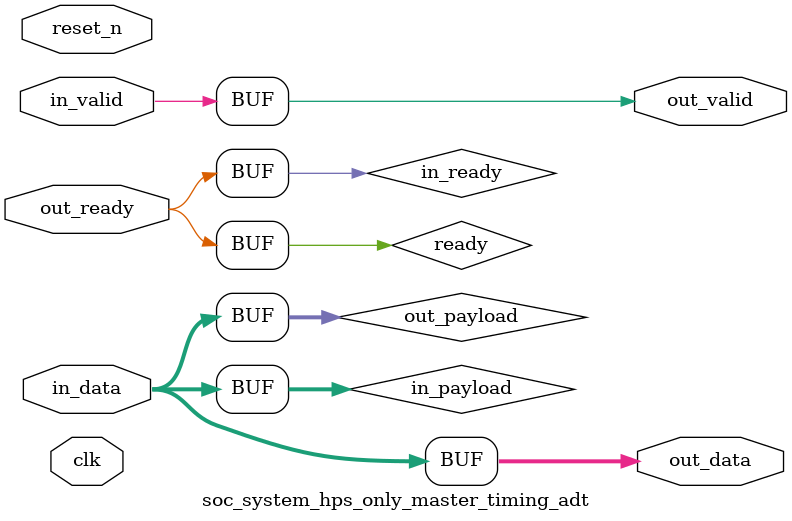
<source format=v>

`timescale 1ns / 100ps
module soc_system_hps_only_master_timing_adt (
    
      // Interface: clk
      input              clk,
      // Interface: reset
      input              reset_n,
      // Interface: in
      input              in_valid,
      input      [ 7: 0] in_data,
      // Interface: out
      output reg         out_valid,
      output reg [ 7: 0] out_data,
      input              out_ready
);




   // ---------------------------------------------------------------------
   //| Signal Declarations
   // ---------------------------------------------------------------------

   reg  [ 7: 0] in_payload;
   reg  [ 7: 0] out_payload;
   reg  [ 0: 0] ready;
   reg          in_ready;
   // synthesis translate_off
   always @(negedge in_ready) begin
      $display("%m: The downstream component is backpressuring by deasserting ready, but the upstream component can't be backpressured.");
   end
   // synthesis translate_on   


   // ---------------------------------------------------------------------
   //| Payload Mapping
   // ---------------------------------------------------------------------
   always @* begin
     in_payload = {in_data};
     {out_data} = out_payload;
   end

   // ---------------------------------------------------------------------
   //| Ready & valid signals.
   // ---------------------------------------------------------------------
   always @* begin
     ready[0] = out_ready;
     out_valid = in_valid;
     out_payload = in_payload;
     in_ready = ready[0];
   end




endmodule


</source>
